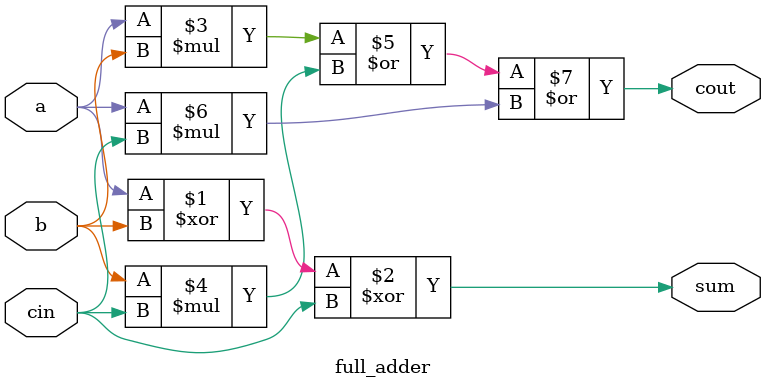
<source format=v>
module full_adder (
    a,b,cin,sum,cout
);

    input a,b,cin;
    output sum,cout;

    assign sum = a ^ b ^ cin;
    assign cout = (a*b) | (b*cin) | (a*cin);
    
endmodule
</source>
